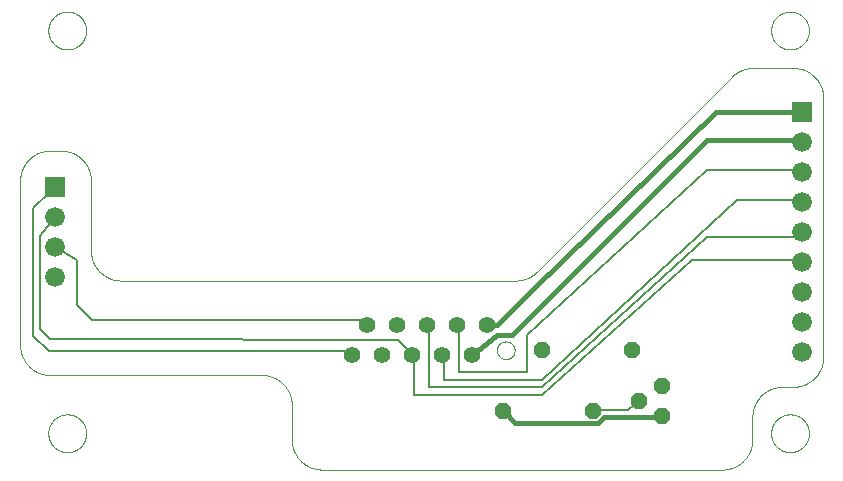
<source format=gtl>
G75*
%MOIN*%
%OFA0B0*%
%FSLAX25Y25*%
%IPPOS*%
%LPD*%
%AMOC8*
5,1,8,0,0,1.08239X$1,22.5*
%
%ADD10C,0.00000*%
%ADD11OC8,0.05200*%
%ADD12C,0.06600*%
%ADD13R,0.06600X0.06600*%
%ADD14C,0.05600*%
%ADD15C,0.00800*%
%ADD16C,0.01600*%
D10*
X0010410Y0013087D02*
X0010412Y0013245D01*
X0010418Y0013403D01*
X0010428Y0013561D01*
X0010442Y0013719D01*
X0010460Y0013876D01*
X0010481Y0014033D01*
X0010507Y0014189D01*
X0010537Y0014345D01*
X0010570Y0014500D01*
X0010608Y0014653D01*
X0010649Y0014806D01*
X0010694Y0014958D01*
X0010743Y0015109D01*
X0010796Y0015258D01*
X0010852Y0015406D01*
X0010912Y0015552D01*
X0010976Y0015697D01*
X0011044Y0015840D01*
X0011115Y0015982D01*
X0011189Y0016122D01*
X0011267Y0016259D01*
X0011349Y0016395D01*
X0011433Y0016529D01*
X0011522Y0016660D01*
X0011613Y0016789D01*
X0011708Y0016916D01*
X0011805Y0017041D01*
X0011906Y0017163D01*
X0012010Y0017282D01*
X0012117Y0017399D01*
X0012227Y0017513D01*
X0012340Y0017624D01*
X0012455Y0017733D01*
X0012573Y0017838D01*
X0012694Y0017940D01*
X0012817Y0018040D01*
X0012943Y0018136D01*
X0013071Y0018229D01*
X0013201Y0018319D01*
X0013334Y0018405D01*
X0013469Y0018489D01*
X0013605Y0018568D01*
X0013744Y0018645D01*
X0013885Y0018717D01*
X0014027Y0018787D01*
X0014171Y0018852D01*
X0014317Y0018914D01*
X0014464Y0018972D01*
X0014613Y0019027D01*
X0014763Y0019078D01*
X0014914Y0019125D01*
X0015066Y0019168D01*
X0015219Y0019207D01*
X0015374Y0019243D01*
X0015529Y0019274D01*
X0015685Y0019302D01*
X0015841Y0019326D01*
X0015998Y0019346D01*
X0016156Y0019362D01*
X0016313Y0019374D01*
X0016472Y0019382D01*
X0016630Y0019386D01*
X0016788Y0019386D01*
X0016946Y0019382D01*
X0017105Y0019374D01*
X0017262Y0019362D01*
X0017420Y0019346D01*
X0017577Y0019326D01*
X0017733Y0019302D01*
X0017889Y0019274D01*
X0018044Y0019243D01*
X0018199Y0019207D01*
X0018352Y0019168D01*
X0018504Y0019125D01*
X0018655Y0019078D01*
X0018805Y0019027D01*
X0018954Y0018972D01*
X0019101Y0018914D01*
X0019247Y0018852D01*
X0019391Y0018787D01*
X0019533Y0018717D01*
X0019674Y0018645D01*
X0019813Y0018568D01*
X0019949Y0018489D01*
X0020084Y0018405D01*
X0020217Y0018319D01*
X0020347Y0018229D01*
X0020475Y0018136D01*
X0020601Y0018040D01*
X0020724Y0017940D01*
X0020845Y0017838D01*
X0020963Y0017733D01*
X0021078Y0017624D01*
X0021191Y0017513D01*
X0021301Y0017399D01*
X0021408Y0017282D01*
X0021512Y0017163D01*
X0021613Y0017041D01*
X0021710Y0016916D01*
X0021805Y0016789D01*
X0021896Y0016660D01*
X0021985Y0016529D01*
X0022069Y0016395D01*
X0022151Y0016259D01*
X0022229Y0016122D01*
X0022303Y0015982D01*
X0022374Y0015840D01*
X0022442Y0015697D01*
X0022506Y0015552D01*
X0022566Y0015406D01*
X0022622Y0015258D01*
X0022675Y0015109D01*
X0022724Y0014958D01*
X0022769Y0014806D01*
X0022810Y0014653D01*
X0022848Y0014500D01*
X0022881Y0014345D01*
X0022911Y0014189D01*
X0022937Y0014033D01*
X0022958Y0013876D01*
X0022976Y0013719D01*
X0022990Y0013561D01*
X0023000Y0013403D01*
X0023006Y0013245D01*
X0023008Y0013087D01*
X0023006Y0012929D01*
X0023000Y0012771D01*
X0022990Y0012613D01*
X0022976Y0012455D01*
X0022958Y0012298D01*
X0022937Y0012141D01*
X0022911Y0011985D01*
X0022881Y0011829D01*
X0022848Y0011674D01*
X0022810Y0011521D01*
X0022769Y0011368D01*
X0022724Y0011216D01*
X0022675Y0011065D01*
X0022622Y0010916D01*
X0022566Y0010768D01*
X0022506Y0010622D01*
X0022442Y0010477D01*
X0022374Y0010334D01*
X0022303Y0010192D01*
X0022229Y0010052D01*
X0022151Y0009915D01*
X0022069Y0009779D01*
X0021985Y0009645D01*
X0021896Y0009514D01*
X0021805Y0009385D01*
X0021710Y0009258D01*
X0021613Y0009133D01*
X0021512Y0009011D01*
X0021408Y0008892D01*
X0021301Y0008775D01*
X0021191Y0008661D01*
X0021078Y0008550D01*
X0020963Y0008441D01*
X0020845Y0008336D01*
X0020724Y0008234D01*
X0020601Y0008134D01*
X0020475Y0008038D01*
X0020347Y0007945D01*
X0020217Y0007855D01*
X0020084Y0007769D01*
X0019949Y0007685D01*
X0019813Y0007606D01*
X0019674Y0007529D01*
X0019533Y0007457D01*
X0019391Y0007387D01*
X0019247Y0007322D01*
X0019101Y0007260D01*
X0018954Y0007202D01*
X0018805Y0007147D01*
X0018655Y0007096D01*
X0018504Y0007049D01*
X0018352Y0007006D01*
X0018199Y0006967D01*
X0018044Y0006931D01*
X0017889Y0006900D01*
X0017733Y0006872D01*
X0017577Y0006848D01*
X0017420Y0006828D01*
X0017262Y0006812D01*
X0017105Y0006800D01*
X0016946Y0006792D01*
X0016788Y0006788D01*
X0016630Y0006788D01*
X0016472Y0006792D01*
X0016313Y0006800D01*
X0016156Y0006812D01*
X0015998Y0006828D01*
X0015841Y0006848D01*
X0015685Y0006872D01*
X0015529Y0006900D01*
X0015374Y0006931D01*
X0015219Y0006967D01*
X0015066Y0007006D01*
X0014914Y0007049D01*
X0014763Y0007096D01*
X0014613Y0007147D01*
X0014464Y0007202D01*
X0014317Y0007260D01*
X0014171Y0007322D01*
X0014027Y0007387D01*
X0013885Y0007457D01*
X0013744Y0007529D01*
X0013605Y0007606D01*
X0013469Y0007685D01*
X0013334Y0007769D01*
X0013201Y0007855D01*
X0013071Y0007945D01*
X0012943Y0008038D01*
X0012817Y0008134D01*
X0012694Y0008234D01*
X0012573Y0008336D01*
X0012455Y0008441D01*
X0012340Y0008550D01*
X0012227Y0008661D01*
X0012117Y0008775D01*
X0012010Y0008892D01*
X0011906Y0009011D01*
X0011805Y0009133D01*
X0011708Y0009258D01*
X0011613Y0009385D01*
X0011522Y0009514D01*
X0011433Y0009645D01*
X0011349Y0009779D01*
X0011267Y0009915D01*
X0011189Y0010052D01*
X0011115Y0010192D01*
X0011044Y0010334D01*
X0010976Y0010477D01*
X0010912Y0010622D01*
X0010852Y0010768D01*
X0010796Y0010916D01*
X0010743Y0011065D01*
X0010694Y0011216D01*
X0010649Y0011368D01*
X0010608Y0011521D01*
X0010570Y0011674D01*
X0010537Y0011829D01*
X0010507Y0011985D01*
X0010481Y0012141D01*
X0010460Y0012298D01*
X0010442Y0012455D01*
X0010428Y0012613D01*
X0010418Y0012771D01*
X0010412Y0012929D01*
X0010410Y0013087D01*
X0011000Y0032496D02*
X0081551Y0032496D01*
X0081793Y0032493D01*
X0082034Y0032484D01*
X0082275Y0032470D01*
X0082516Y0032449D01*
X0082756Y0032423D01*
X0082996Y0032391D01*
X0083235Y0032353D01*
X0083472Y0032310D01*
X0083709Y0032260D01*
X0083944Y0032205D01*
X0084178Y0032145D01*
X0084410Y0032078D01*
X0084641Y0032007D01*
X0084870Y0031929D01*
X0085097Y0031846D01*
X0085322Y0031758D01*
X0085545Y0031664D01*
X0085765Y0031565D01*
X0085983Y0031460D01*
X0086198Y0031351D01*
X0086411Y0031236D01*
X0086621Y0031116D01*
X0086827Y0030991D01*
X0087031Y0030861D01*
X0087232Y0030726D01*
X0087429Y0030586D01*
X0087623Y0030442D01*
X0087813Y0030293D01*
X0087999Y0030139D01*
X0088182Y0029981D01*
X0088361Y0029819D01*
X0088536Y0029652D01*
X0088707Y0029481D01*
X0088874Y0029306D01*
X0089036Y0029127D01*
X0089194Y0028944D01*
X0089348Y0028758D01*
X0089497Y0028568D01*
X0089641Y0028374D01*
X0089781Y0028177D01*
X0089916Y0027976D01*
X0090046Y0027772D01*
X0090171Y0027566D01*
X0090291Y0027356D01*
X0090406Y0027143D01*
X0090515Y0026928D01*
X0090620Y0026710D01*
X0090719Y0026490D01*
X0090813Y0026267D01*
X0090901Y0026042D01*
X0090984Y0025815D01*
X0091062Y0025586D01*
X0091133Y0025355D01*
X0091200Y0025123D01*
X0091260Y0024889D01*
X0091315Y0024654D01*
X0091365Y0024417D01*
X0091408Y0024180D01*
X0091446Y0023941D01*
X0091478Y0023701D01*
X0091504Y0023461D01*
X0091525Y0023220D01*
X0091539Y0022979D01*
X0091548Y0022738D01*
X0091551Y0022496D01*
X0091551Y0011000D01*
X0091554Y0010758D01*
X0091563Y0010517D01*
X0091577Y0010276D01*
X0091598Y0010035D01*
X0091624Y0009795D01*
X0091656Y0009555D01*
X0091694Y0009316D01*
X0091737Y0009079D01*
X0091787Y0008842D01*
X0091842Y0008607D01*
X0091902Y0008373D01*
X0091969Y0008141D01*
X0092040Y0007910D01*
X0092118Y0007681D01*
X0092201Y0007454D01*
X0092289Y0007229D01*
X0092383Y0007006D01*
X0092482Y0006786D01*
X0092587Y0006568D01*
X0092696Y0006353D01*
X0092811Y0006140D01*
X0092931Y0005930D01*
X0093056Y0005724D01*
X0093186Y0005520D01*
X0093321Y0005319D01*
X0093461Y0005122D01*
X0093605Y0004928D01*
X0093754Y0004738D01*
X0093908Y0004552D01*
X0094066Y0004369D01*
X0094228Y0004190D01*
X0094395Y0004015D01*
X0094566Y0003844D01*
X0094741Y0003677D01*
X0094920Y0003515D01*
X0095103Y0003357D01*
X0095289Y0003203D01*
X0095479Y0003054D01*
X0095673Y0002910D01*
X0095870Y0002770D01*
X0096071Y0002635D01*
X0096275Y0002505D01*
X0096481Y0002380D01*
X0096691Y0002260D01*
X0096904Y0002145D01*
X0097119Y0002036D01*
X0097337Y0001931D01*
X0097557Y0001832D01*
X0097780Y0001738D01*
X0098005Y0001650D01*
X0098232Y0001567D01*
X0098461Y0001489D01*
X0098692Y0001418D01*
X0098924Y0001351D01*
X0099158Y0001291D01*
X0099393Y0001236D01*
X0099630Y0001186D01*
X0099867Y0001143D01*
X0100106Y0001105D01*
X0100346Y0001073D01*
X0100586Y0001047D01*
X0100827Y0001026D01*
X0101068Y0001012D01*
X0101309Y0001003D01*
X0101551Y0001000D01*
X0235094Y0001000D01*
X0235336Y0001003D01*
X0235577Y0001012D01*
X0235818Y0001026D01*
X0236059Y0001047D01*
X0236299Y0001073D01*
X0236539Y0001105D01*
X0236778Y0001143D01*
X0237015Y0001186D01*
X0237252Y0001236D01*
X0237487Y0001291D01*
X0237721Y0001351D01*
X0237953Y0001418D01*
X0238184Y0001489D01*
X0238413Y0001567D01*
X0238640Y0001650D01*
X0238865Y0001738D01*
X0239088Y0001832D01*
X0239308Y0001931D01*
X0239526Y0002036D01*
X0239741Y0002145D01*
X0239954Y0002260D01*
X0240164Y0002380D01*
X0240370Y0002505D01*
X0240574Y0002635D01*
X0240775Y0002770D01*
X0240972Y0002910D01*
X0241166Y0003054D01*
X0241356Y0003203D01*
X0241542Y0003357D01*
X0241725Y0003515D01*
X0241904Y0003677D01*
X0242079Y0003844D01*
X0242250Y0004015D01*
X0242417Y0004190D01*
X0242579Y0004369D01*
X0242737Y0004552D01*
X0242891Y0004738D01*
X0243040Y0004928D01*
X0243184Y0005122D01*
X0243324Y0005319D01*
X0243459Y0005520D01*
X0243589Y0005724D01*
X0243714Y0005930D01*
X0243834Y0006140D01*
X0243949Y0006353D01*
X0244058Y0006568D01*
X0244163Y0006786D01*
X0244262Y0007006D01*
X0244356Y0007229D01*
X0244444Y0007454D01*
X0244527Y0007681D01*
X0244605Y0007910D01*
X0244676Y0008141D01*
X0244743Y0008373D01*
X0244803Y0008607D01*
X0244858Y0008842D01*
X0244908Y0009079D01*
X0244951Y0009316D01*
X0244989Y0009555D01*
X0245021Y0009795D01*
X0245047Y0010035D01*
X0245068Y0010276D01*
X0245082Y0010517D01*
X0245091Y0010758D01*
X0245094Y0011000D01*
X0245094Y0018559D01*
X0245097Y0018801D01*
X0245106Y0019042D01*
X0245120Y0019283D01*
X0245141Y0019524D01*
X0245167Y0019764D01*
X0245199Y0020004D01*
X0245237Y0020243D01*
X0245280Y0020480D01*
X0245330Y0020717D01*
X0245385Y0020952D01*
X0245445Y0021186D01*
X0245512Y0021418D01*
X0245583Y0021649D01*
X0245661Y0021878D01*
X0245744Y0022105D01*
X0245832Y0022330D01*
X0245926Y0022553D01*
X0246025Y0022773D01*
X0246130Y0022991D01*
X0246239Y0023206D01*
X0246354Y0023419D01*
X0246474Y0023629D01*
X0246599Y0023835D01*
X0246729Y0024039D01*
X0246864Y0024240D01*
X0247004Y0024437D01*
X0247148Y0024631D01*
X0247297Y0024821D01*
X0247451Y0025007D01*
X0247609Y0025190D01*
X0247771Y0025369D01*
X0247938Y0025544D01*
X0248109Y0025715D01*
X0248284Y0025882D01*
X0248463Y0026044D01*
X0248646Y0026202D01*
X0248832Y0026356D01*
X0249022Y0026505D01*
X0249216Y0026649D01*
X0249413Y0026789D01*
X0249614Y0026924D01*
X0249818Y0027054D01*
X0250024Y0027179D01*
X0250234Y0027299D01*
X0250447Y0027414D01*
X0250662Y0027523D01*
X0250880Y0027628D01*
X0251100Y0027727D01*
X0251323Y0027821D01*
X0251548Y0027909D01*
X0251775Y0027992D01*
X0252004Y0028070D01*
X0252235Y0028141D01*
X0252467Y0028208D01*
X0252701Y0028268D01*
X0252936Y0028323D01*
X0253173Y0028373D01*
X0253410Y0028416D01*
X0253649Y0028454D01*
X0253889Y0028486D01*
X0254129Y0028512D01*
X0254370Y0028533D01*
X0254611Y0028547D01*
X0254852Y0028556D01*
X0255094Y0028559D01*
X0258717Y0028559D01*
X0258959Y0028562D01*
X0259200Y0028571D01*
X0259441Y0028585D01*
X0259682Y0028606D01*
X0259922Y0028632D01*
X0260162Y0028664D01*
X0260401Y0028702D01*
X0260638Y0028745D01*
X0260875Y0028795D01*
X0261110Y0028850D01*
X0261344Y0028910D01*
X0261576Y0028977D01*
X0261807Y0029048D01*
X0262036Y0029126D01*
X0262263Y0029209D01*
X0262488Y0029297D01*
X0262711Y0029391D01*
X0262931Y0029490D01*
X0263149Y0029595D01*
X0263364Y0029704D01*
X0263577Y0029819D01*
X0263787Y0029939D01*
X0263993Y0030064D01*
X0264197Y0030194D01*
X0264398Y0030329D01*
X0264595Y0030469D01*
X0264789Y0030613D01*
X0264979Y0030762D01*
X0265165Y0030916D01*
X0265348Y0031074D01*
X0265527Y0031236D01*
X0265702Y0031403D01*
X0265873Y0031574D01*
X0266040Y0031749D01*
X0266202Y0031928D01*
X0266360Y0032111D01*
X0266514Y0032297D01*
X0266663Y0032487D01*
X0266807Y0032681D01*
X0266947Y0032878D01*
X0267082Y0033079D01*
X0267212Y0033283D01*
X0267337Y0033489D01*
X0267457Y0033699D01*
X0267572Y0033912D01*
X0267681Y0034127D01*
X0267786Y0034345D01*
X0267885Y0034565D01*
X0267979Y0034788D01*
X0268067Y0035013D01*
X0268150Y0035240D01*
X0268228Y0035469D01*
X0268299Y0035700D01*
X0268366Y0035932D01*
X0268426Y0036166D01*
X0268481Y0036401D01*
X0268531Y0036638D01*
X0268574Y0036875D01*
X0268612Y0037114D01*
X0268644Y0037354D01*
X0268670Y0037594D01*
X0268691Y0037835D01*
X0268705Y0038076D01*
X0268714Y0038317D01*
X0268717Y0038559D01*
X0268717Y0124858D01*
X0268714Y0125100D01*
X0268705Y0125341D01*
X0268691Y0125582D01*
X0268670Y0125823D01*
X0268644Y0126063D01*
X0268612Y0126303D01*
X0268574Y0126542D01*
X0268531Y0126779D01*
X0268481Y0127016D01*
X0268426Y0127251D01*
X0268366Y0127485D01*
X0268299Y0127717D01*
X0268228Y0127948D01*
X0268150Y0128177D01*
X0268067Y0128404D01*
X0267979Y0128629D01*
X0267885Y0128852D01*
X0267786Y0129072D01*
X0267681Y0129290D01*
X0267572Y0129505D01*
X0267457Y0129718D01*
X0267337Y0129928D01*
X0267212Y0130134D01*
X0267082Y0130338D01*
X0266947Y0130539D01*
X0266807Y0130736D01*
X0266663Y0130930D01*
X0266514Y0131120D01*
X0266360Y0131306D01*
X0266202Y0131489D01*
X0266040Y0131668D01*
X0265873Y0131843D01*
X0265702Y0132014D01*
X0265527Y0132181D01*
X0265348Y0132343D01*
X0265165Y0132501D01*
X0264979Y0132655D01*
X0264789Y0132804D01*
X0264595Y0132948D01*
X0264398Y0133088D01*
X0264197Y0133223D01*
X0263993Y0133353D01*
X0263787Y0133478D01*
X0263577Y0133598D01*
X0263364Y0133713D01*
X0263149Y0133822D01*
X0262931Y0133927D01*
X0262711Y0134026D01*
X0262488Y0134120D01*
X0262263Y0134208D01*
X0262036Y0134291D01*
X0261807Y0134369D01*
X0261576Y0134440D01*
X0261344Y0134507D01*
X0261110Y0134567D01*
X0260875Y0134622D01*
X0260638Y0134672D01*
X0260401Y0134715D01*
X0260162Y0134753D01*
X0259922Y0134785D01*
X0259682Y0134811D01*
X0259441Y0134832D01*
X0259200Y0134846D01*
X0258959Y0134855D01*
X0258717Y0134858D01*
X0245300Y0134858D01*
X0238229Y0131929D02*
X0173220Y0066921D01*
X0166149Y0063992D02*
X0034622Y0063992D01*
X0034380Y0063995D01*
X0034139Y0064004D01*
X0033898Y0064018D01*
X0033657Y0064039D01*
X0033417Y0064065D01*
X0033177Y0064097D01*
X0032938Y0064135D01*
X0032701Y0064178D01*
X0032464Y0064228D01*
X0032229Y0064283D01*
X0031995Y0064343D01*
X0031763Y0064410D01*
X0031532Y0064481D01*
X0031303Y0064559D01*
X0031076Y0064642D01*
X0030851Y0064730D01*
X0030628Y0064824D01*
X0030408Y0064923D01*
X0030190Y0065028D01*
X0029975Y0065137D01*
X0029762Y0065252D01*
X0029552Y0065372D01*
X0029346Y0065497D01*
X0029142Y0065627D01*
X0028941Y0065762D01*
X0028744Y0065902D01*
X0028550Y0066046D01*
X0028360Y0066195D01*
X0028174Y0066349D01*
X0027991Y0066507D01*
X0027812Y0066669D01*
X0027637Y0066836D01*
X0027466Y0067007D01*
X0027299Y0067182D01*
X0027137Y0067361D01*
X0026979Y0067544D01*
X0026825Y0067730D01*
X0026676Y0067920D01*
X0026532Y0068114D01*
X0026392Y0068311D01*
X0026257Y0068512D01*
X0026127Y0068716D01*
X0026002Y0068922D01*
X0025882Y0069132D01*
X0025767Y0069345D01*
X0025658Y0069560D01*
X0025553Y0069778D01*
X0025454Y0069998D01*
X0025360Y0070221D01*
X0025272Y0070446D01*
X0025189Y0070673D01*
X0025111Y0070902D01*
X0025040Y0071133D01*
X0024973Y0071365D01*
X0024913Y0071599D01*
X0024858Y0071834D01*
X0024808Y0072071D01*
X0024765Y0072308D01*
X0024727Y0072547D01*
X0024695Y0072787D01*
X0024669Y0073027D01*
X0024648Y0073268D01*
X0024634Y0073509D01*
X0024625Y0073750D01*
X0024622Y0073992D01*
X0024622Y0097299D01*
X0024619Y0097541D01*
X0024610Y0097782D01*
X0024596Y0098023D01*
X0024575Y0098264D01*
X0024549Y0098504D01*
X0024517Y0098744D01*
X0024479Y0098983D01*
X0024436Y0099220D01*
X0024386Y0099457D01*
X0024331Y0099692D01*
X0024271Y0099926D01*
X0024204Y0100158D01*
X0024133Y0100389D01*
X0024055Y0100618D01*
X0023972Y0100845D01*
X0023884Y0101070D01*
X0023790Y0101293D01*
X0023691Y0101513D01*
X0023586Y0101731D01*
X0023477Y0101946D01*
X0023362Y0102159D01*
X0023242Y0102369D01*
X0023117Y0102575D01*
X0022987Y0102779D01*
X0022852Y0102980D01*
X0022712Y0103177D01*
X0022568Y0103371D01*
X0022419Y0103561D01*
X0022265Y0103747D01*
X0022107Y0103930D01*
X0021945Y0104109D01*
X0021778Y0104284D01*
X0021607Y0104455D01*
X0021432Y0104622D01*
X0021253Y0104784D01*
X0021070Y0104942D01*
X0020884Y0105096D01*
X0020694Y0105245D01*
X0020500Y0105389D01*
X0020303Y0105529D01*
X0020102Y0105664D01*
X0019898Y0105794D01*
X0019692Y0105919D01*
X0019482Y0106039D01*
X0019269Y0106154D01*
X0019054Y0106263D01*
X0018836Y0106368D01*
X0018616Y0106467D01*
X0018393Y0106561D01*
X0018168Y0106649D01*
X0017941Y0106732D01*
X0017712Y0106810D01*
X0017481Y0106881D01*
X0017249Y0106948D01*
X0017015Y0107008D01*
X0016780Y0107063D01*
X0016543Y0107113D01*
X0016306Y0107156D01*
X0016067Y0107194D01*
X0015827Y0107226D01*
X0015587Y0107252D01*
X0015346Y0107273D01*
X0015105Y0107287D01*
X0014864Y0107296D01*
X0014622Y0107299D01*
X0011000Y0107299D01*
X0010758Y0107296D01*
X0010517Y0107287D01*
X0010276Y0107273D01*
X0010035Y0107252D01*
X0009795Y0107226D01*
X0009555Y0107194D01*
X0009316Y0107156D01*
X0009079Y0107113D01*
X0008842Y0107063D01*
X0008607Y0107008D01*
X0008373Y0106948D01*
X0008141Y0106881D01*
X0007910Y0106810D01*
X0007681Y0106732D01*
X0007454Y0106649D01*
X0007229Y0106561D01*
X0007006Y0106467D01*
X0006786Y0106368D01*
X0006568Y0106263D01*
X0006353Y0106154D01*
X0006140Y0106039D01*
X0005930Y0105919D01*
X0005724Y0105794D01*
X0005520Y0105664D01*
X0005319Y0105529D01*
X0005122Y0105389D01*
X0004928Y0105245D01*
X0004738Y0105096D01*
X0004552Y0104942D01*
X0004369Y0104784D01*
X0004190Y0104622D01*
X0004015Y0104455D01*
X0003844Y0104284D01*
X0003677Y0104109D01*
X0003515Y0103930D01*
X0003357Y0103747D01*
X0003203Y0103561D01*
X0003054Y0103371D01*
X0002910Y0103177D01*
X0002770Y0102980D01*
X0002635Y0102779D01*
X0002505Y0102575D01*
X0002380Y0102369D01*
X0002260Y0102159D01*
X0002145Y0101946D01*
X0002036Y0101731D01*
X0001931Y0101513D01*
X0001832Y0101293D01*
X0001738Y0101070D01*
X0001650Y0100845D01*
X0001567Y0100618D01*
X0001489Y0100389D01*
X0001418Y0100158D01*
X0001351Y0099926D01*
X0001291Y0099692D01*
X0001236Y0099457D01*
X0001186Y0099220D01*
X0001143Y0098983D01*
X0001105Y0098744D01*
X0001073Y0098504D01*
X0001047Y0098264D01*
X0001026Y0098023D01*
X0001012Y0097782D01*
X0001003Y0097541D01*
X0001000Y0097299D01*
X0001000Y0042496D01*
X0001003Y0042254D01*
X0001012Y0042013D01*
X0001026Y0041772D01*
X0001047Y0041531D01*
X0001073Y0041291D01*
X0001105Y0041051D01*
X0001143Y0040812D01*
X0001186Y0040575D01*
X0001236Y0040338D01*
X0001291Y0040103D01*
X0001351Y0039869D01*
X0001418Y0039637D01*
X0001489Y0039406D01*
X0001567Y0039177D01*
X0001650Y0038950D01*
X0001738Y0038725D01*
X0001832Y0038502D01*
X0001931Y0038282D01*
X0002036Y0038064D01*
X0002145Y0037849D01*
X0002260Y0037636D01*
X0002380Y0037426D01*
X0002505Y0037220D01*
X0002635Y0037016D01*
X0002770Y0036815D01*
X0002910Y0036618D01*
X0003054Y0036424D01*
X0003203Y0036234D01*
X0003357Y0036048D01*
X0003515Y0035865D01*
X0003677Y0035686D01*
X0003844Y0035511D01*
X0004015Y0035340D01*
X0004190Y0035173D01*
X0004369Y0035011D01*
X0004552Y0034853D01*
X0004738Y0034699D01*
X0004928Y0034550D01*
X0005122Y0034406D01*
X0005319Y0034266D01*
X0005520Y0034131D01*
X0005724Y0034001D01*
X0005930Y0033876D01*
X0006140Y0033756D01*
X0006353Y0033641D01*
X0006568Y0033532D01*
X0006786Y0033427D01*
X0007006Y0033328D01*
X0007229Y0033234D01*
X0007454Y0033146D01*
X0007681Y0033063D01*
X0007910Y0032985D01*
X0008141Y0032914D01*
X0008373Y0032847D01*
X0008607Y0032787D01*
X0008842Y0032732D01*
X0009079Y0032682D01*
X0009316Y0032639D01*
X0009555Y0032601D01*
X0009795Y0032569D01*
X0010035Y0032543D01*
X0010276Y0032522D01*
X0010517Y0032508D01*
X0010758Y0032499D01*
X0011000Y0032496D01*
X0159937Y0040744D02*
X0159939Y0040852D01*
X0159945Y0040961D01*
X0159955Y0041069D01*
X0159969Y0041176D01*
X0159987Y0041283D01*
X0160008Y0041390D01*
X0160034Y0041495D01*
X0160064Y0041600D01*
X0160097Y0041703D01*
X0160134Y0041805D01*
X0160175Y0041905D01*
X0160219Y0042004D01*
X0160268Y0042102D01*
X0160319Y0042197D01*
X0160374Y0042290D01*
X0160433Y0042382D01*
X0160495Y0042471D01*
X0160560Y0042558D01*
X0160628Y0042642D01*
X0160699Y0042724D01*
X0160773Y0042803D01*
X0160850Y0042879D01*
X0160930Y0042953D01*
X0161013Y0043023D01*
X0161098Y0043091D01*
X0161185Y0043155D01*
X0161275Y0043216D01*
X0161367Y0043274D01*
X0161461Y0043328D01*
X0161557Y0043379D01*
X0161654Y0043426D01*
X0161754Y0043470D01*
X0161855Y0043510D01*
X0161957Y0043546D01*
X0162060Y0043578D01*
X0162165Y0043607D01*
X0162271Y0043631D01*
X0162377Y0043652D01*
X0162484Y0043669D01*
X0162592Y0043682D01*
X0162700Y0043691D01*
X0162809Y0043696D01*
X0162917Y0043697D01*
X0163026Y0043694D01*
X0163134Y0043687D01*
X0163242Y0043676D01*
X0163349Y0043661D01*
X0163456Y0043642D01*
X0163562Y0043619D01*
X0163667Y0043593D01*
X0163772Y0043562D01*
X0163874Y0043528D01*
X0163976Y0043490D01*
X0164076Y0043448D01*
X0164175Y0043403D01*
X0164272Y0043354D01*
X0164366Y0043301D01*
X0164459Y0043245D01*
X0164550Y0043186D01*
X0164639Y0043123D01*
X0164725Y0043058D01*
X0164809Y0042989D01*
X0164890Y0042917D01*
X0164968Y0042842D01*
X0165044Y0042764D01*
X0165117Y0042683D01*
X0165187Y0042600D01*
X0165253Y0042515D01*
X0165317Y0042427D01*
X0165377Y0042336D01*
X0165434Y0042244D01*
X0165487Y0042149D01*
X0165537Y0042053D01*
X0165583Y0041955D01*
X0165626Y0041855D01*
X0165665Y0041754D01*
X0165700Y0041651D01*
X0165732Y0041548D01*
X0165759Y0041443D01*
X0165783Y0041337D01*
X0165803Y0041230D01*
X0165819Y0041123D01*
X0165831Y0041015D01*
X0165839Y0040907D01*
X0165843Y0040798D01*
X0165843Y0040690D01*
X0165839Y0040581D01*
X0165831Y0040473D01*
X0165819Y0040365D01*
X0165803Y0040258D01*
X0165783Y0040151D01*
X0165759Y0040045D01*
X0165732Y0039940D01*
X0165700Y0039837D01*
X0165665Y0039734D01*
X0165626Y0039633D01*
X0165583Y0039533D01*
X0165537Y0039435D01*
X0165487Y0039339D01*
X0165434Y0039244D01*
X0165377Y0039152D01*
X0165317Y0039061D01*
X0165253Y0038973D01*
X0165187Y0038888D01*
X0165117Y0038805D01*
X0165044Y0038724D01*
X0164968Y0038646D01*
X0164890Y0038571D01*
X0164809Y0038499D01*
X0164725Y0038430D01*
X0164639Y0038365D01*
X0164550Y0038302D01*
X0164459Y0038243D01*
X0164367Y0038187D01*
X0164272Y0038134D01*
X0164175Y0038085D01*
X0164076Y0038040D01*
X0163976Y0037998D01*
X0163874Y0037960D01*
X0163772Y0037926D01*
X0163667Y0037895D01*
X0163562Y0037869D01*
X0163456Y0037846D01*
X0163349Y0037827D01*
X0163242Y0037812D01*
X0163134Y0037801D01*
X0163026Y0037794D01*
X0162917Y0037791D01*
X0162809Y0037792D01*
X0162700Y0037797D01*
X0162592Y0037806D01*
X0162484Y0037819D01*
X0162377Y0037836D01*
X0162271Y0037857D01*
X0162165Y0037881D01*
X0162060Y0037910D01*
X0161957Y0037942D01*
X0161855Y0037978D01*
X0161754Y0038018D01*
X0161654Y0038062D01*
X0161557Y0038109D01*
X0161461Y0038160D01*
X0161367Y0038214D01*
X0161275Y0038272D01*
X0161185Y0038333D01*
X0161098Y0038397D01*
X0161013Y0038465D01*
X0160930Y0038535D01*
X0160850Y0038609D01*
X0160773Y0038685D01*
X0160699Y0038764D01*
X0160628Y0038846D01*
X0160560Y0038930D01*
X0160495Y0039017D01*
X0160433Y0039106D01*
X0160374Y0039198D01*
X0160319Y0039291D01*
X0160268Y0039386D01*
X0160219Y0039484D01*
X0160175Y0039583D01*
X0160134Y0039683D01*
X0160097Y0039785D01*
X0160064Y0039888D01*
X0160034Y0039993D01*
X0160008Y0040098D01*
X0159987Y0040205D01*
X0159969Y0040312D01*
X0159955Y0040419D01*
X0159945Y0040527D01*
X0159939Y0040636D01*
X0159937Y0040744D01*
X0166149Y0063992D02*
X0166387Y0063995D01*
X0166625Y0064003D01*
X0166862Y0064017D01*
X0167100Y0064037D01*
X0167336Y0064063D01*
X0167572Y0064094D01*
X0167807Y0064130D01*
X0168042Y0064173D01*
X0168275Y0064221D01*
X0168507Y0064274D01*
X0168737Y0064333D01*
X0168966Y0064397D01*
X0169194Y0064467D01*
X0169420Y0064542D01*
X0169644Y0064623D01*
X0169866Y0064708D01*
X0170086Y0064799D01*
X0170303Y0064896D01*
X0170518Y0064997D01*
X0170731Y0065104D01*
X0170941Y0065215D01*
X0171149Y0065332D01*
X0171354Y0065453D01*
X0171555Y0065579D01*
X0171754Y0065711D01*
X0171950Y0065846D01*
X0172142Y0065987D01*
X0172331Y0066131D01*
X0172516Y0066281D01*
X0172698Y0066435D01*
X0172876Y0066592D01*
X0173050Y0066755D01*
X0173220Y0066921D01*
X0251355Y0013087D02*
X0251357Y0013245D01*
X0251363Y0013403D01*
X0251373Y0013561D01*
X0251387Y0013719D01*
X0251405Y0013876D01*
X0251426Y0014033D01*
X0251452Y0014189D01*
X0251482Y0014345D01*
X0251515Y0014500D01*
X0251553Y0014653D01*
X0251594Y0014806D01*
X0251639Y0014958D01*
X0251688Y0015109D01*
X0251741Y0015258D01*
X0251797Y0015406D01*
X0251857Y0015552D01*
X0251921Y0015697D01*
X0251989Y0015840D01*
X0252060Y0015982D01*
X0252134Y0016122D01*
X0252212Y0016259D01*
X0252294Y0016395D01*
X0252378Y0016529D01*
X0252467Y0016660D01*
X0252558Y0016789D01*
X0252653Y0016916D01*
X0252750Y0017041D01*
X0252851Y0017163D01*
X0252955Y0017282D01*
X0253062Y0017399D01*
X0253172Y0017513D01*
X0253285Y0017624D01*
X0253400Y0017733D01*
X0253518Y0017838D01*
X0253639Y0017940D01*
X0253762Y0018040D01*
X0253888Y0018136D01*
X0254016Y0018229D01*
X0254146Y0018319D01*
X0254279Y0018405D01*
X0254414Y0018489D01*
X0254550Y0018568D01*
X0254689Y0018645D01*
X0254830Y0018717D01*
X0254972Y0018787D01*
X0255116Y0018852D01*
X0255262Y0018914D01*
X0255409Y0018972D01*
X0255558Y0019027D01*
X0255708Y0019078D01*
X0255859Y0019125D01*
X0256011Y0019168D01*
X0256164Y0019207D01*
X0256319Y0019243D01*
X0256474Y0019274D01*
X0256630Y0019302D01*
X0256786Y0019326D01*
X0256943Y0019346D01*
X0257101Y0019362D01*
X0257258Y0019374D01*
X0257417Y0019382D01*
X0257575Y0019386D01*
X0257733Y0019386D01*
X0257891Y0019382D01*
X0258050Y0019374D01*
X0258207Y0019362D01*
X0258365Y0019346D01*
X0258522Y0019326D01*
X0258678Y0019302D01*
X0258834Y0019274D01*
X0258989Y0019243D01*
X0259144Y0019207D01*
X0259297Y0019168D01*
X0259449Y0019125D01*
X0259600Y0019078D01*
X0259750Y0019027D01*
X0259899Y0018972D01*
X0260046Y0018914D01*
X0260192Y0018852D01*
X0260336Y0018787D01*
X0260478Y0018717D01*
X0260619Y0018645D01*
X0260758Y0018568D01*
X0260894Y0018489D01*
X0261029Y0018405D01*
X0261162Y0018319D01*
X0261292Y0018229D01*
X0261420Y0018136D01*
X0261546Y0018040D01*
X0261669Y0017940D01*
X0261790Y0017838D01*
X0261908Y0017733D01*
X0262023Y0017624D01*
X0262136Y0017513D01*
X0262246Y0017399D01*
X0262353Y0017282D01*
X0262457Y0017163D01*
X0262558Y0017041D01*
X0262655Y0016916D01*
X0262750Y0016789D01*
X0262841Y0016660D01*
X0262930Y0016529D01*
X0263014Y0016395D01*
X0263096Y0016259D01*
X0263174Y0016122D01*
X0263248Y0015982D01*
X0263319Y0015840D01*
X0263387Y0015697D01*
X0263451Y0015552D01*
X0263511Y0015406D01*
X0263567Y0015258D01*
X0263620Y0015109D01*
X0263669Y0014958D01*
X0263714Y0014806D01*
X0263755Y0014653D01*
X0263793Y0014500D01*
X0263826Y0014345D01*
X0263856Y0014189D01*
X0263882Y0014033D01*
X0263903Y0013876D01*
X0263921Y0013719D01*
X0263935Y0013561D01*
X0263945Y0013403D01*
X0263951Y0013245D01*
X0263953Y0013087D01*
X0263951Y0012929D01*
X0263945Y0012771D01*
X0263935Y0012613D01*
X0263921Y0012455D01*
X0263903Y0012298D01*
X0263882Y0012141D01*
X0263856Y0011985D01*
X0263826Y0011829D01*
X0263793Y0011674D01*
X0263755Y0011521D01*
X0263714Y0011368D01*
X0263669Y0011216D01*
X0263620Y0011065D01*
X0263567Y0010916D01*
X0263511Y0010768D01*
X0263451Y0010622D01*
X0263387Y0010477D01*
X0263319Y0010334D01*
X0263248Y0010192D01*
X0263174Y0010052D01*
X0263096Y0009915D01*
X0263014Y0009779D01*
X0262930Y0009645D01*
X0262841Y0009514D01*
X0262750Y0009385D01*
X0262655Y0009258D01*
X0262558Y0009133D01*
X0262457Y0009011D01*
X0262353Y0008892D01*
X0262246Y0008775D01*
X0262136Y0008661D01*
X0262023Y0008550D01*
X0261908Y0008441D01*
X0261790Y0008336D01*
X0261669Y0008234D01*
X0261546Y0008134D01*
X0261420Y0008038D01*
X0261292Y0007945D01*
X0261162Y0007855D01*
X0261029Y0007769D01*
X0260894Y0007685D01*
X0260758Y0007606D01*
X0260619Y0007529D01*
X0260478Y0007457D01*
X0260336Y0007387D01*
X0260192Y0007322D01*
X0260046Y0007260D01*
X0259899Y0007202D01*
X0259750Y0007147D01*
X0259600Y0007096D01*
X0259449Y0007049D01*
X0259297Y0007006D01*
X0259144Y0006967D01*
X0258989Y0006931D01*
X0258834Y0006900D01*
X0258678Y0006872D01*
X0258522Y0006848D01*
X0258365Y0006828D01*
X0258207Y0006812D01*
X0258050Y0006800D01*
X0257891Y0006792D01*
X0257733Y0006788D01*
X0257575Y0006788D01*
X0257417Y0006792D01*
X0257258Y0006800D01*
X0257101Y0006812D01*
X0256943Y0006828D01*
X0256786Y0006848D01*
X0256630Y0006872D01*
X0256474Y0006900D01*
X0256319Y0006931D01*
X0256164Y0006967D01*
X0256011Y0007006D01*
X0255859Y0007049D01*
X0255708Y0007096D01*
X0255558Y0007147D01*
X0255409Y0007202D01*
X0255262Y0007260D01*
X0255116Y0007322D01*
X0254972Y0007387D01*
X0254830Y0007457D01*
X0254689Y0007529D01*
X0254550Y0007606D01*
X0254414Y0007685D01*
X0254279Y0007769D01*
X0254146Y0007855D01*
X0254016Y0007945D01*
X0253888Y0008038D01*
X0253762Y0008134D01*
X0253639Y0008234D01*
X0253518Y0008336D01*
X0253400Y0008441D01*
X0253285Y0008550D01*
X0253172Y0008661D01*
X0253062Y0008775D01*
X0252955Y0008892D01*
X0252851Y0009011D01*
X0252750Y0009133D01*
X0252653Y0009258D01*
X0252558Y0009385D01*
X0252467Y0009514D01*
X0252378Y0009645D01*
X0252294Y0009779D01*
X0252212Y0009915D01*
X0252134Y0010052D01*
X0252060Y0010192D01*
X0251989Y0010334D01*
X0251921Y0010477D01*
X0251857Y0010622D01*
X0251797Y0010768D01*
X0251741Y0010916D01*
X0251688Y0011065D01*
X0251639Y0011216D01*
X0251594Y0011368D01*
X0251553Y0011521D01*
X0251515Y0011674D01*
X0251482Y0011829D01*
X0251452Y0011985D01*
X0251426Y0012141D01*
X0251405Y0012298D01*
X0251387Y0012455D01*
X0251373Y0012613D01*
X0251363Y0012771D01*
X0251357Y0012929D01*
X0251355Y0013087D01*
X0238229Y0131929D02*
X0238399Y0132095D01*
X0238573Y0132258D01*
X0238751Y0132415D01*
X0238933Y0132569D01*
X0239118Y0132719D01*
X0239307Y0132863D01*
X0239499Y0133004D01*
X0239695Y0133139D01*
X0239894Y0133271D01*
X0240095Y0133397D01*
X0240300Y0133518D01*
X0240508Y0133635D01*
X0240718Y0133746D01*
X0240931Y0133853D01*
X0241146Y0133954D01*
X0241363Y0134051D01*
X0241583Y0134142D01*
X0241805Y0134227D01*
X0242029Y0134308D01*
X0242255Y0134383D01*
X0242483Y0134453D01*
X0242712Y0134517D01*
X0242942Y0134576D01*
X0243174Y0134629D01*
X0243407Y0134677D01*
X0243642Y0134720D01*
X0243877Y0134756D01*
X0244113Y0134787D01*
X0244349Y0134813D01*
X0244587Y0134833D01*
X0244824Y0134847D01*
X0245062Y0134855D01*
X0245300Y0134858D01*
X0251355Y0147339D02*
X0251357Y0147497D01*
X0251363Y0147655D01*
X0251373Y0147813D01*
X0251387Y0147971D01*
X0251405Y0148128D01*
X0251426Y0148285D01*
X0251452Y0148441D01*
X0251482Y0148597D01*
X0251515Y0148752D01*
X0251553Y0148905D01*
X0251594Y0149058D01*
X0251639Y0149210D01*
X0251688Y0149361D01*
X0251741Y0149510D01*
X0251797Y0149658D01*
X0251857Y0149804D01*
X0251921Y0149949D01*
X0251989Y0150092D01*
X0252060Y0150234D01*
X0252134Y0150374D01*
X0252212Y0150511D01*
X0252294Y0150647D01*
X0252378Y0150781D01*
X0252467Y0150912D01*
X0252558Y0151041D01*
X0252653Y0151168D01*
X0252750Y0151293D01*
X0252851Y0151415D01*
X0252955Y0151534D01*
X0253062Y0151651D01*
X0253172Y0151765D01*
X0253285Y0151876D01*
X0253400Y0151985D01*
X0253518Y0152090D01*
X0253639Y0152192D01*
X0253762Y0152292D01*
X0253888Y0152388D01*
X0254016Y0152481D01*
X0254146Y0152571D01*
X0254279Y0152657D01*
X0254414Y0152741D01*
X0254550Y0152820D01*
X0254689Y0152897D01*
X0254830Y0152969D01*
X0254972Y0153039D01*
X0255116Y0153104D01*
X0255262Y0153166D01*
X0255409Y0153224D01*
X0255558Y0153279D01*
X0255708Y0153330D01*
X0255859Y0153377D01*
X0256011Y0153420D01*
X0256164Y0153459D01*
X0256319Y0153495D01*
X0256474Y0153526D01*
X0256630Y0153554D01*
X0256786Y0153578D01*
X0256943Y0153598D01*
X0257101Y0153614D01*
X0257258Y0153626D01*
X0257417Y0153634D01*
X0257575Y0153638D01*
X0257733Y0153638D01*
X0257891Y0153634D01*
X0258050Y0153626D01*
X0258207Y0153614D01*
X0258365Y0153598D01*
X0258522Y0153578D01*
X0258678Y0153554D01*
X0258834Y0153526D01*
X0258989Y0153495D01*
X0259144Y0153459D01*
X0259297Y0153420D01*
X0259449Y0153377D01*
X0259600Y0153330D01*
X0259750Y0153279D01*
X0259899Y0153224D01*
X0260046Y0153166D01*
X0260192Y0153104D01*
X0260336Y0153039D01*
X0260478Y0152969D01*
X0260619Y0152897D01*
X0260758Y0152820D01*
X0260894Y0152741D01*
X0261029Y0152657D01*
X0261162Y0152571D01*
X0261292Y0152481D01*
X0261420Y0152388D01*
X0261546Y0152292D01*
X0261669Y0152192D01*
X0261790Y0152090D01*
X0261908Y0151985D01*
X0262023Y0151876D01*
X0262136Y0151765D01*
X0262246Y0151651D01*
X0262353Y0151534D01*
X0262457Y0151415D01*
X0262558Y0151293D01*
X0262655Y0151168D01*
X0262750Y0151041D01*
X0262841Y0150912D01*
X0262930Y0150781D01*
X0263014Y0150647D01*
X0263096Y0150511D01*
X0263174Y0150374D01*
X0263248Y0150234D01*
X0263319Y0150092D01*
X0263387Y0149949D01*
X0263451Y0149804D01*
X0263511Y0149658D01*
X0263567Y0149510D01*
X0263620Y0149361D01*
X0263669Y0149210D01*
X0263714Y0149058D01*
X0263755Y0148905D01*
X0263793Y0148752D01*
X0263826Y0148597D01*
X0263856Y0148441D01*
X0263882Y0148285D01*
X0263903Y0148128D01*
X0263921Y0147971D01*
X0263935Y0147813D01*
X0263945Y0147655D01*
X0263951Y0147497D01*
X0263953Y0147339D01*
X0263951Y0147181D01*
X0263945Y0147023D01*
X0263935Y0146865D01*
X0263921Y0146707D01*
X0263903Y0146550D01*
X0263882Y0146393D01*
X0263856Y0146237D01*
X0263826Y0146081D01*
X0263793Y0145926D01*
X0263755Y0145773D01*
X0263714Y0145620D01*
X0263669Y0145468D01*
X0263620Y0145317D01*
X0263567Y0145168D01*
X0263511Y0145020D01*
X0263451Y0144874D01*
X0263387Y0144729D01*
X0263319Y0144586D01*
X0263248Y0144444D01*
X0263174Y0144304D01*
X0263096Y0144167D01*
X0263014Y0144031D01*
X0262930Y0143897D01*
X0262841Y0143766D01*
X0262750Y0143637D01*
X0262655Y0143510D01*
X0262558Y0143385D01*
X0262457Y0143263D01*
X0262353Y0143144D01*
X0262246Y0143027D01*
X0262136Y0142913D01*
X0262023Y0142802D01*
X0261908Y0142693D01*
X0261790Y0142588D01*
X0261669Y0142486D01*
X0261546Y0142386D01*
X0261420Y0142290D01*
X0261292Y0142197D01*
X0261162Y0142107D01*
X0261029Y0142021D01*
X0260894Y0141937D01*
X0260758Y0141858D01*
X0260619Y0141781D01*
X0260478Y0141709D01*
X0260336Y0141639D01*
X0260192Y0141574D01*
X0260046Y0141512D01*
X0259899Y0141454D01*
X0259750Y0141399D01*
X0259600Y0141348D01*
X0259449Y0141301D01*
X0259297Y0141258D01*
X0259144Y0141219D01*
X0258989Y0141183D01*
X0258834Y0141152D01*
X0258678Y0141124D01*
X0258522Y0141100D01*
X0258365Y0141080D01*
X0258207Y0141064D01*
X0258050Y0141052D01*
X0257891Y0141044D01*
X0257733Y0141040D01*
X0257575Y0141040D01*
X0257417Y0141044D01*
X0257258Y0141052D01*
X0257101Y0141064D01*
X0256943Y0141080D01*
X0256786Y0141100D01*
X0256630Y0141124D01*
X0256474Y0141152D01*
X0256319Y0141183D01*
X0256164Y0141219D01*
X0256011Y0141258D01*
X0255859Y0141301D01*
X0255708Y0141348D01*
X0255558Y0141399D01*
X0255409Y0141454D01*
X0255262Y0141512D01*
X0255116Y0141574D01*
X0254972Y0141639D01*
X0254830Y0141709D01*
X0254689Y0141781D01*
X0254550Y0141858D01*
X0254414Y0141937D01*
X0254279Y0142021D01*
X0254146Y0142107D01*
X0254016Y0142197D01*
X0253888Y0142290D01*
X0253762Y0142386D01*
X0253639Y0142486D01*
X0253518Y0142588D01*
X0253400Y0142693D01*
X0253285Y0142802D01*
X0253172Y0142913D01*
X0253062Y0143027D01*
X0252955Y0143144D01*
X0252851Y0143263D01*
X0252750Y0143385D01*
X0252653Y0143510D01*
X0252558Y0143637D01*
X0252467Y0143766D01*
X0252378Y0143897D01*
X0252294Y0144031D01*
X0252212Y0144167D01*
X0252134Y0144304D01*
X0252060Y0144444D01*
X0251989Y0144586D01*
X0251921Y0144729D01*
X0251857Y0144874D01*
X0251797Y0145020D01*
X0251741Y0145168D01*
X0251688Y0145317D01*
X0251639Y0145468D01*
X0251594Y0145620D01*
X0251553Y0145773D01*
X0251515Y0145926D01*
X0251482Y0146081D01*
X0251452Y0146237D01*
X0251426Y0146393D01*
X0251405Y0146550D01*
X0251387Y0146707D01*
X0251373Y0146865D01*
X0251363Y0147023D01*
X0251357Y0147181D01*
X0251355Y0147339D01*
X0010410Y0147339D02*
X0010412Y0147497D01*
X0010418Y0147655D01*
X0010428Y0147813D01*
X0010442Y0147971D01*
X0010460Y0148128D01*
X0010481Y0148285D01*
X0010507Y0148441D01*
X0010537Y0148597D01*
X0010570Y0148752D01*
X0010608Y0148905D01*
X0010649Y0149058D01*
X0010694Y0149210D01*
X0010743Y0149361D01*
X0010796Y0149510D01*
X0010852Y0149658D01*
X0010912Y0149804D01*
X0010976Y0149949D01*
X0011044Y0150092D01*
X0011115Y0150234D01*
X0011189Y0150374D01*
X0011267Y0150511D01*
X0011349Y0150647D01*
X0011433Y0150781D01*
X0011522Y0150912D01*
X0011613Y0151041D01*
X0011708Y0151168D01*
X0011805Y0151293D01*
X0011906Y0151415D01*
X0012010Y0151534D01*
X0012117Y0151651D01*
X0012227Y0151765D01*
X0012340Y0151876D01*
X0012455Y0151985D01*
X0012573Y0152090D01*
X0012694Y0152192D01*
X0012817Y0152292D01*
X0012943Y0152388D01*
X0013071Y0152481D01*
X0013201Y0152571D01*
X0013334Y0152657D01*
X0013469Y0152741D01*
X0013605Y0152820D01*
X0013744Y0152897D01*
X0013885Y0152969D01*
X0014027Y0153039D01*
X0014171Y0153104D01*
X0014317Y0153166D01*
X0014464Y0153224D01*
X0014613Y0153279D01*
X0014763Y0153330D01*
X0014914Y0153377D01*
X0015066Y0153420D01*
X0015219Y0153459D01*
X0015374Y0153495D01*
X0015529Y0153526D01*
X0015685Y0153554D01*
X0015841Y0153578D01*
X0015998Y0153598D01*
X0016156Y0153614D01*
X0016313Y0153626D01*
X0016472Y0153634D01*
X0016630Y0153638D01*
X0016788Y0153638D01*
X0016946Y0153634D01*
X0017105Y0153626D01*
X0017262Y0153614D01*
X0017420Y0153598D01*
X0017577Y0153578D01*
X0017733Y0153554D01*
X0017889Y0153526D01*
X0018044Y0153495D01*
X0018199Y0153459D01*
X0018352Y0153420D01*
X0018504Y0153377D01*
X0018655Y0153330D01*
X0018805Y0153279D01*
X0018954Y0153224D01*
X0019101Y0153166D01*
X0019247Y0153104D01*
X0019391Y0153039D01*
X0019533Y0152969D01*
X0019674Y0152897D01*
X0019813Y0152820D01*
X0019949Y0152741D01*
X0020084Y0152657D01*
X0020217Y0152571D01*
X0020347Y0152481D01*
X0020475Y0152388D01*
X0020601Y0152292D01*
X0020724Y0152192D01*
X0020845Y0152090D01*
X0020963Y0151985D01*
X0021078Y0151876D01*
X0021191Y0151765D01*
X0021301Y0151651D01*
X0021408Y0151534D01*
X0021512Y0151415D01*
X0021613Y0151293D01*
X0021710Y0151168D01*
X0021805Y0151041D01*
X0021896Y0150912D01*
X0021985Y0150781D01*
X0022069Y0150647D01*
X0022151Y0150511D01*
X0022229Y0150374D01*
X0022303Y0150234D01*
X0022374Y0150092D01*
X0022442Y0149949D01*
X0022506Y0149804D01*
X0022566Y0149658D01*
X0022622Y0149510D01*
X0022675Y0149361D01*
X0022724Y0149210D01*
X0022769Y0149058D01*
X0022810Y0148905D01*
X0022848Y0148752D01*
X0022881Y0148597D01*
X0022911Y0148441D01*
X0022937Y0148285D01*
X0022958Y0148128D01*
X0022976Y0147971D01*
X0022990Y0147813D01*
X0023000Y0147655D01*
X0023006Y0147497D01*
X0023008Y0147339D01*
X0023006Y0147181D01*
X0023000Y0147023D01*
X0022990Y0146865D01*
X0022976Y0146707D01*
X0022958Y0146550D01*
X0022937Y0146393D01*
X0022911Y0146237D01*
X0022881Y0146081D01*
X0022848Y0145926D01*
X0022810Y0145773D01*
X0022769Y0145620D01*
X0022724Y0145468D01*
X0022675Y0145317D01*
X0022622Y0145168D01*
X0022566Y0145020D01*
X0022506Y0144874D01*
X0022442Y0144729D01*
X0022374Y0144586D01*
X0022303Y0144444D01*
X0022229Y0144304D01*
X0022151Y0144167D01*
X0022069Y0144031D01*
X0021985Y0143897D01*
X0021896Y0143766D01*
X0021805Y0143637D01*
X0021710Y0143510D01*
X0021613Y0143385D01*
X0021512Y0143263D01*
X0021408Y0143144D01*
X0021301Y0143027D01*
X0021191Y0142913D01*
X0021078Y0142802D01*
X0020963Y0142693D01*
X0020845Y0142588D01*
X0020724Y0142486D01*
X0020601Y0142386D01*
X0020475Y0142290D01*
X0020347Y0142197D01*
X0020217Y0142107D01*
X0020084Y0142021D01*
X0019949Y0141937D01*
X0019813Y0141858D01*
X0019674Y0141781D01*
X0019533Y0141709D01*
X0019391Y0141639D01*
X0019247Y0141574D01*
X0019101Y0141512D01*
X0018954Y0141454D01*
X0018805Y0141399D01*
X0018655Y0141348D01*
X0018504Y0141301D01*
X0018352Y0141258D01*
X0018199Y0141219D01*
X0018044Y0141183D01*
X0017889Y0141152D01*
X0017733Y0141124D01*
X0017577Y0141100D01*
X0017420Y0141080D01*
X0017262Y0141064D01*
X0017105Y0141052D01*
X0016946Y0141044D01*
X0016788Y0141040D01*
X0016630Y0141040D01*
X0016472Y0141044D01*
X0016313Y0141052D01*
X0016156Y0141064D01*
X0015998Y0141080D01*
X0015841Y0141100D01*
X0015685Y0141124D01*
X0015529Y0141152D01*
X0015374Y0141183D01*
X0015219Y0141219D01*
X0015066Y0141258D01*
X0014914Y0141301D01*
X0014763Y0141348D01*
X0014613Y0141399D01*
X0014464Y0141454D01*
X0014317Y0141512D01*
X0014171Y0141574D01*
X0014027Y0141639D01*
X0013885Y0141709D01*
X0013744Y0141781D01*
X0013605Y0141858D01*
X0013469Y0141937D01*
X0013334Y0142021D01*
X0013201Y0142107D01*
X0013071Y0142197D01*
X0012943Y0142290D01*
X0012817Y0142386D01*
X0012694Y0142486D01*
X0012573Y0142588D01*
X0012455Y0142693D01*
X0012340Y0142802D01*
X0012227Y0142913D01*
X0012117Y0143027D01*
X0012010Y0143144D01*
X0011906Y0143263D01*
X0011805Y0143385D01*
X0011708Y0143510D01*
X0011613Y0143637D01*
X0011522Y0143766D01*
X0011433Y0143897D01*
X0011349Y0144031D01*
X0011267Y0144167D01*
X0011189Y0144304D01*
X0011115Y0144444D01*
X0011044Y0144586D01*
X0010976Y0144729D01*
X0010912Y0144874D01*
X0010852Y0145020D01*
X0010796Y0145168D01*
X0010743Y0145317D01*
X0010694Y0145468D01*
X0010649Y0145620D01*
X0010608Y0145773D01*
X0010570Y0145926D01*
X0010537Y0146081D01*
X0010507Y0146237D01*
X0010481Y0146393D01*
X0010460Y0146550D01*
X0010442Y0146707D01*
X0010428Y0146865D01*
X0010418Y0147023D01*
X0010412Y0147181D01*
X0010410Y0147339D01*
D11*
X0175055Y0040685D03*
X0205055Y0040685D03*
X0214937Y0028874D03*
X0207437Y0023874D03*
X0214937Y0018874D03*
X0192063Y0020646D03*
X0162063Y0020646D03*
D12*
X0261591Y0040213D03*
X0261591Y0050213D03*
X0261591Y0060213D03*
X0261591Y0070213D03*
X0261591Y0080213D03*
X0261591Y0090213D03*
X0261591Y0100213D03*
X0261591Y0110213D03*
X0012772Y0085213D03*
X0012772Y0075213D03*
X0012772Y0065213D03*
D13*
X0012772Y0095213D03*
X0261591Y0120213D03*
D14*
X0156512Y0049307D03*
X0146512Y0049307D03*
X0136512Y0049307D03*
X0126512Y0049307D03*
X0116512Y0049307D03*
X0121512Y0039307D03*
X0111512Y0039307D03*
X0131512Y0039307D03*
X0141512Y0039307D03*
X0151512Y0039307D03*
D15*
X0142437Y0038500D02*
X0141512Y0039307D01*
X0142437Y0038500D02*
X0142437Y0031000D01*
X0174937Y0031000D01*
X0239937Y0091000D01*
X0259937Y0091000D01*
X0261591Y0090213D01*
X0261591Y0100213D02*
X0259937Y0101000D01*
X0229937Y0101000D01*
X0169937Y0046000D01*
X0169937Y0033500D01*
X0147437Y0033500D01*
X0147437Y0046000D01*
X0146512Y0049307D01*
X0137437Y0048500D02*
X0136512Y0049307D01*
X0137437Y0048500D02*
X0137437Y0028500D01*
X0174937Y0028500D01*
X0229937Y0078500D01*
X0259937Y0078500D01*
X0261591Y0080213D01*
X0259937Y0071000D02*
X0224937Y0071000D01*
X0174937Y0026000D01*
X0132437Y0026000D01*
X0132437Y0038500D01*
X0131512Y0039307D01*
X0130921Y0040370D01*
X0130921Y0040213D01*
X0126984Y0044150D01*
X0115173Y0044150D01*
X0035705Y0044681D01*
X0010902Y0044681D01*
X0007654Y0047929D01*
X0007654Y0078835D01*
X0012772Y0085213D01*
X0005469Y0088146D02*
X0010843Y0093520D01*
X0012772Y0095213D01*
X0005469Y0088146D02*
X0005469Y0045429D01*
X0010528Y0040370D01*
X0111236Y0040370D01*
X0111512Y0039307D01*
X0116512Y0049307D02*
X0114937Y0051000D01*
X0024937Y0051000D01*
X0019937Y0056000D01*
X0019937Y0071000D01*
X0012772Y0075213D01*
X0192063Y0020646D02*
X0193913Y0020685D01*
X0203756Y0020685D01*
X0205724Y0022654D01*
X0207437Y0023874D01*
X0259937Y0071000D02*
X0261591Y0070213D01*
D16*
X0261591Y0110213D02*
X0259937Y0111000D01*
X0229937Y0111000D01*
X0164937Y0046000D01*
X0159937Y0046000D01*
X0151512Y0039307D01*
X0156512Y0049307D02*
X0160075Y0049307D01*
X0171886Y0061118D01*
X0232949Y0120213D01*
X0261591Y0120213D01*
X0162237Y0020500D02*
X0162063Y0020646D01*
X0162237Y0020500D02*
X0166137Y0016600D01*
X0193762Y0016600D01*
X0195712Y0018550D01*
X0214887Y0018550D01*
X0214937Y0018874D01*
M02*

</source>
